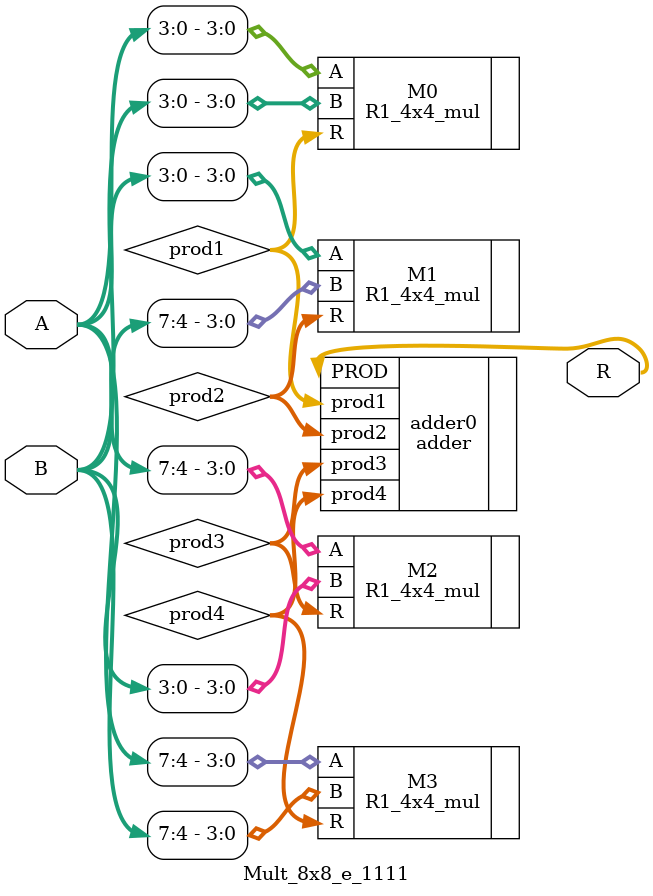
<source format=v>
module Mult_8x8_e_1111(
input [7:0] A,
input [7:0] B,
output [15:0]R
);
wire [7:0]prod1;
wire [7:0]prod2;
wire [7:0]prod3;
wire [7:0]prod4;

R1_4x4_mul M0(.A(A[3:0]),.B(B[3:0]),.R(prod1));
R1_4x4_mul M1(.A(A[3:0]),.B(B[7:4]),.R(prod2));
R1_4x4_mul M2(.A(A[7:4]),.B(B[3:0]),.R(prod3));
R1_4x4_mul M3(.A(A[7:4]),.B(B[7:4]),.R(prod4));
adder adder0(.prod1(prod1),.prod2(prod2),.prod3(prod3),.prod4(prod4),.PROD(R));
endmodule

</source>
